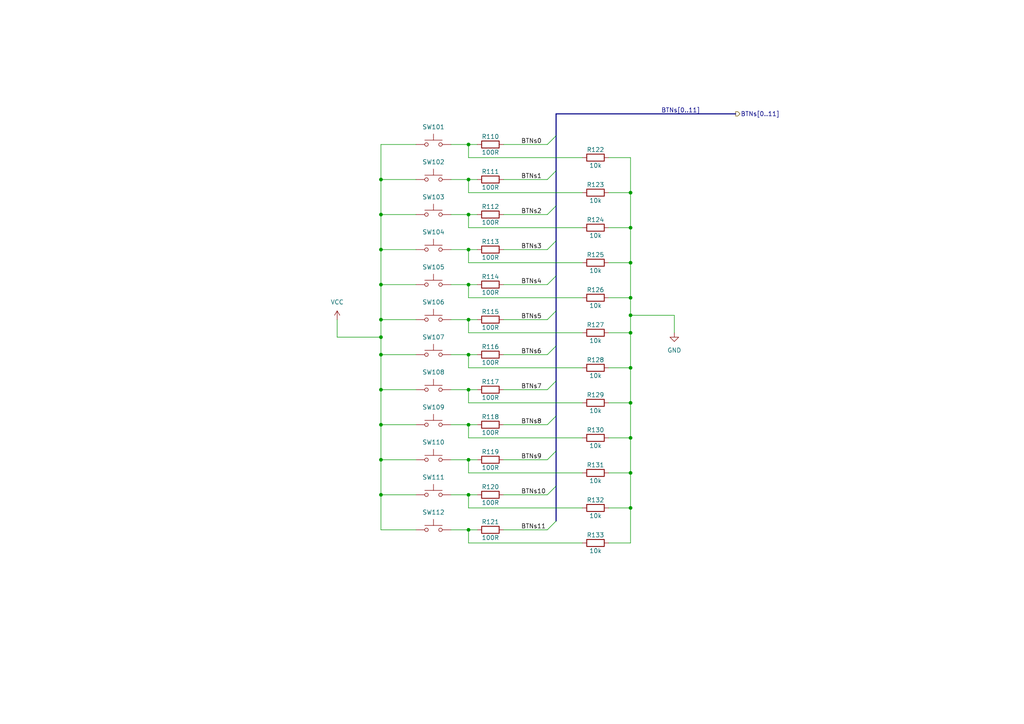
<source format=kicad_sch>
(kicad_sch (version 20250114) (generator "eeschema") (generator_version "9.0")
  (paper "A4")
  (lib_symbols
    (symbol "Device:R" (pin_numbers (hide yes)) (pin_names (offset 0))
      (property "Reference" "R" (at 2.032 0 90))
      (property "Value" "R" (at 0 0 90))
      (symbol "R_0_1"
        (rectangle (start -1.016 -2.54) (end 1.016 2.54) (stroke (width 0.254)))
      )
      (symbol "R_1_1"
        (pin passive line (at 0 3.81 270) (length 1.27) (name "~") (number "1"))
        (pin passive line (at 0 -3.81 90) (length 1.27) (name "~") (number "2"))
      )
    )
    (symbol "Switch:SW_Push" (pin_numbers (hide yes)) (pin_names (offset 1.016) (hide yes))
      (property "Reference" "SW" (at 1.27 2.54 0))
      (property "Value" "SW_Push" (at 0 -1.524 0))
      (symbol "SW_Push_0_1"
        (circle (center -2.032 0) (radius 0.508))
        (polyline (pts (xy 0 1.27) (xy 0 3.048)))
        (circle (center 2.032 0) (radius 0.508))
        (polyline (pts (xy 2.54 1.27) (xy -2.54 1.27)))
        (pin passive line (at -5.08 0 0) (length 2.54) (name "1") (number "1"))
        (pin passive line (at 5.08 0 180) (length 2.54) (name "2") (number "2"))
      )
    )
    (symbol "power:GND" (power) (pin_numbers (hide yes)) (pin_names (offset 0) (hide yes))
      (property "Value" "GND" (at 0 -3.81 0))
      (symbol "GND_0_1"
        (polyline (pts (xy 0 0) (xy 0 -1.27) (xy 1.27 -1.27) (xy 0 -2.54) (xy -1.27 -1.27) (xy 0 -1.27)))
      )
      (symbol "GND_1_1"
        (pin power_in line (at 0 0 270) (length 0) (name "~") (number "1"))
      )
    )
    (symbol "power:VCC" (power) (pin_numbers (hide yes)) (pin_names (offset 0) (hide yes))
      (property "Value" "VCC" (at 0 3.556 0))
      (symbol "VCC_0_1"
        (polyline (pts (xy -0.762 1.27) (xy 0 2.54)))
        (polyline (pts (xy 0 2.54) (xy 0.762 1.27)))
        (polyline (pts (xy 0 0) (xy 0 2.54)))
      )
      (symbol "VCC_1_1"
        (pin power_in line (at 0 0 90) (length 0) (name "~") (number "1"))
      )
    )
  )
  (junction (at 135.89 133.35))
  (junction (at 135.89 143.51))
  (junction (at 182.88 106.68))
  (junction (at 135.89 62.23))
  (junction (at 110.49 92.71))
  (junction (at 135.89 52.07))
  (junction (at 110.49 52.07))
  (junction (at 182.88 116.84))
  (junction (at 110.49 72.39))
  (junction (at 182.88 127))
  (junction (at 135.89 82.55))
  (junction (at 182.88 96.52))
  (junction (at 135.89 102.87))
  (junction (at 135.89 41.91))
  (junction (at 182.88 91.44))
  (junction (at 182.88 76.2))
  (junction (at 135.89 153.67))
  (junction (at 182.88 66.04))
  (junction (at 110.49 133.35))
  (junction (at 110.49 102.87))
  (junction (at 110.49 143.51))
  (junction (at 110.49 62.23))
  (junction (at 110.49 123.19))
  (junction (at 110.49 82.55))
  (junction (at 110.49 113.03))
  (junction (at 135.89 123.19))
  (junction (at 135.89 92.71))
  (junction (at 110.49 97.79))
  (junction (at 135.89 113.03))
  (junction (at 182.88 147.32))
  (junction (at 182.88 55.88))
  (junction (at 135.89 72.39))
  (junction (at 182.88 86.36))
  (junction (at 182.88 137.16))
  (bus_entry (at 161.29 69.85) (size -2.54 2.54))
  (bus_entry (at 161.29 39.37) (size -2.54 2.54))
  (bus_entry (at 161.29 59.69) (size -2.54 2.54))
  (bus_entry (at 161.29 100.33) (size -2.54 2.54))
  (bus_entry (at 161.29 49.53) (size -2.54 2.54))
  (bus_entry (at 161.29 151.13) (size -2.54 2.54))
  (bus_entry (at 161.29 140.97) (size -2.54 2.54))
  (bus_entry (at 161.29 90.17) (size -2.54 2.54))
  (bus_entry (at 161.29 110.49) (size -2.54 2.54))
  (bus_entry (at 161.29 130.81) (size -2.54 2.54))
  (bus_entry (at 161.29 80.01) (size -2.54 2.54))
  (bus_entry (at 161.29 120.65) (size -2.54 2.54))
  (wire (pts (xy 135.89 41.91) (xy 138.43 41.91)))
  (wire (pts (xy 135.89 147.32) (xy 135.89 143.51)))
  (bus (pts (xy 161.29 120.65) (xy 161.29 130.81)))
  (wire (pts (xy 135.89 45.72) (xy 135.89 41.91)))
  (wire (pts (xy 146.05 52.07) (xy 158.75 52.07)))
  (wire (pts (xy 130.81 41.91) (xy 135.89 41.91)))
  (wire (pts (xy 110.49 72.39) (xy 110.49 82.55)))
  (wire (pts (xy 130.81 62.23) (xy 135.89 62.23)))
  (wire (pts (xy 130.81 92.71) (xy 135.89 92.71)))
  (wire (pts (xy 110.49 133.35) (xy 110.49 143.51)))
  (wire (pts (xy 130.81 143.51) (xy 135.89 143.51)))
  (wire (pts (xy 135.89 55.88) (xy 168.91 55.88)))
  (wire (pts (xy 135.89 102.87) (xy 138.43 102.87)))
  (bus (pts (xy 161.29 33.02) (xy 213.36 33.02)))
  (wire (pts (xy 176.53 55.88) (xy 182.88 55.88)))
  (bus (pts (xy 161.29 151.13) (xy 161.29 140.97)))
  (wire (pts (xy 135.89 157.48) (xy 168.91 157.48)))
  (wire (pts (xy 146.05 153.67) (xy 158.75 153.67)))
  (wire (pts (xy 135.89 66.04) (xy 168.91 66.04)))
  (wire (pts (xy 182.88 147.32) (xy 182.88 157.48)))
  (wire (pts (xy 146.05 102.87) (xy 158.75 102.87)))
  (wire (pts (xy 135.89 116.84) (xy 135.89 113.03)))
  (wire (pts (xy 182.88 127) (xy 182.88 137.16)))
  (wire (pts (xy 135.89 96.52) (xy 168.91 96.52)))
  (wire (pts (xy 135.89 123.19) (xy 138.43 123.19)))
  (bus (pts (xy 161.29 140.97) (xy 161.29 130.81)))
  (wire (pts (xy 135.89 116.84) (xy 168.91 116.84)))
  (wire (pts (xy 110.49 123.19) (xy 120.65 123.19)))
  (bus (pts (xy 161.29 69.85) (xy 161.29 59.69)))
  (wire (pts (xy 146.05 123.19) (xy 158.75 123.19)))
  (wire (pts (xy 135.89 157.48) (xy 135.89 153.67)))
  (wire (pts (xy 146.05 133.35) (xy 158.75 133.35)))
  (wire (pts (xy 146.05 41.91) (xy 158.75 41.91)))
  (wire (pts (xy 146.05 113.03) (xy 158.75 113.03)))
  (wire (pts (xy 146.05 92.71) (xy 158.75 92.71)))
  (wire (pts (xy 120.65 72.39) (xy 110.49 72.39)))
  (wire (pts (xy 135.89 137.16) (xy 135.89 133.35)))
  (wire (pts (xy 182.88 55.88) (xy 182.88 66.04)))
  (wire (pts (xy 176.53 45.72) (xy 182.88 45.72)))
  (wire (pts (xy 176.53 76.2) (xy 182.88 76.2)))
  (wire (pts (xy 146.05 82.55) (xy 158.75 82.55)))
  (wire (pts (xy 176.53 147.32) (xy 182.88 147.32)))
  (wire (pts (xy 182.88 106.68) (xy 182.88 116.84)))
  (wire (pts (xy 110.49 52.07) (xy 120.65 52.07)))
  (bus (pts (xy 161.29 39.37) (xy 161.29 49.53)))
  (wire (pts (xy 182.88 45.72) (xy 182.88 55.88)))
  (wire (pts (xy 135.89 86.36) (xy 135.89 82.55)))
  (wire (pts (xy 135.89 147.32) (xy 168.91 147.32)))
  (wire (pts (xy 130.81 102.87) (xy 135.89 102.87)))
  (wire (pts (xy 110.49 82.55) (xy 110.49 92.71)))
  (wire (pts (xy 135.89 62.23) (xy 138.43 62.23)))
  (wire (pts (xy 110.49 123.19) (xy 110.49 133.35)))
  (wire (pts (xy 120.65 153.67) (xy 110.49 153.67)))
  (wire (pts (xy 182.88 86.36) (xy 182.88 91.44)))
  (wire (pts (xy 195.58 96.52) (xy 195.58 91.44)))
  (wire (pts (xy 176.53 66.04) (xy 182.88 66.04)))
  (wire (pts (xy 130.81 153.67) (xy 135.89 153.67)))
  (wire (pts (xy 110.49 97.79) (xy 110.49 102.87)))
  (bus (pts (xy 161.29 69.85) (xy 161.29 80.01)))
  (wire (pts (xy 110.49 62.23) (xy 120.65 62.23)))
  (bus (pts (xy 161.29 33.02) (xy 161.29 39.37)))
  (wire (pts (xy 135.89 72.39) (xy 138.43 72.39)))
  (wire (pts (xy 182.88 116.84) (xy 182.88 127)))
  (wire (pts (xy 176.53 96.52) (xy 182.88 96.52)))
  (wire (pts (xy 135.89 143.51) (xy 138.43 143.51)))
  (wire (pts (xy 135.89 76.2) (xy 135.89 72.39)))
  (wire (pts (xy 110.49 143.51) (xy 110.49 153.67)))
  (wire (pts (xy 182.88 76.2) (xy 182.88 86.36)))
  (wire (pts (xy 135.89 66.04) (xy 135.89 62.23)))
  (wire (pts (xy 135.89 106.68) (xy 135.89 102.87)))
  (wire (pts (xy 176.53 127) (xy 182.88 127)))
  (wire (pts (xy 135.89 133.35) (xy 138.43 133.35)))
  (wire (pts (xy 135.89 55.88) (xy 135.89 52.07)))
  (wire (pts (xy 110.49 62.23) (xy 110.49 72.39)))
  (wire (pts (xy 135.89 106.68) (xy 168.91 106.68)))
  (wire (pts (xy 182.88 96.52) (xy 182.88 106.68)))
  (wire (pts (xy 176.53 106.68) (xy 182.88 106.68)))
  (wire (pts (xy 130.81 72.39) (xy 135.89 72.39)))
  (wire (pts (xy 135.89 113.03) (xy 138.43 113.03)))
  (wire (pts (xy 176.53 137.16) (xy 182.88 137.16)))
  (bus (pts (xy 161.29 100.33) (xy 161.29 110.49)))
  (wire (pts (xy 110.49 41.91) (xy 120.65 41.91)))
  (wire (pts (xy 195.58 91.44) (xy 182.88 91.44)))
  (wire (pts (xy 135.89 52.07) (xy 138.43 52.07)))
  (wire (pts (xy 110.49 113.03) (xy 110.49 123.19)))
  (wire (pts (xy 182.88 66.04) (xy 182.88 76.2)))
  (bus (pts (xy 161.29 59.69) (xy 161.29 49.53)))
  (wire (pts (xy 135.89 82.55) (xy 138.43 82.55)))
  (wire (pts (xy 135.89 127) (xy 168.91 127)))
  (wire (pts (xy 110.49 92.71) (xy 120.65 92.71)))
  (wire (pts (xy 135.89 127) (xy 135.89 123.19)))
  (wire (pts (xy 130.81 133.35) (xy 135.89 133.35)))
  (wire (pts (xy 110.49 133.35) (xy 120.65 133.35)))
  (wire (pts (xy 110.49 92.71) (xy 110.49 97.79)))
  (wire (pts (xy 146.05 143.51) (xy 158.75 143.51)))
  (wire (pts (xy 110.49 143.51) (xy 120.65 143.51)))
  (wire (pts (xy 110.49 82.55) (xy 120.65 82.55)))
  (wire (pts (xy 146.05 72.39) (xy 158.75 72.39)))
  (wire (pts (xy 110.49 52.07) (xy 110.49 62.23)))
  (wire (pts (xy 135.89 86.36) (xy 168.91 86.36)))
  (wire (pts (xy 130.81 123.19) (xy 135.89 123.19)))
  (wire (pts (xy 176.53 116.84) (xy 182.88 116.84)))
  (wire (pts (xy 130.81 82.55) (xy 135.89 82.55)))
  (wire (pts (xy 130.81 113.03) (xy 135.89 113.03)))
  (bus (pts (xy 161.29 100.33) (xy 161.29 90.17)))
  (wire (pts (xy 135.89 92.71) (xy 138.43 92.71)))
  (wire (pts (xy 135.89 45.72) (xy 168.91 45.72)))
  (wire (pts (xy 176.53 157.48) (xy 182.88 157.48)))
  (wire (pts (xy 97.79 92.71) (xy 97.79 97.79)))
  (wire (pts (xy 135.89 76.2) (xy 168.91 76.2)))
  (wire (pts (xy 135.89 153.67) (xy 138.43 153.67)))
  (wire (pts (xy 110.49 102.87) (xy 120.65 102.87)))
  (wire (pts (xy 146.05 62.23) (xy 158.75 62.23)))
  (wire (pts (xy 130.81 52.07) (xy 135.89 52.07)))
  (wire (pts (xy 110.49 102.87) (xy 110.49 113.03)))
  (wire (pts (xy 182.88 91.44) (xy 182.88 96.52)))
  (wire (pts (xy 97.79 97.79) (xy 110.49 97.79)))
  (wire (pts (xy 110.49 41.91) (xy 110.49 52.07)))
  (bus (pts (xy 161.29 110.49) (xy 161.29 120.65)))
  (wire (pts (xy 120.65 113.03) (xy 110.49 113.03)))
  (wire (pts (xy 135.89 137.16) (xy 168.91 137.16)))
  (wire (pts (xy 182.88 137.16) (xy 182.88 147.32)))
  (wire (pts (xy 176.53 86.36) (xy 182.88 86.36)))
  (bus (pts (xy 161.29 80.01) (xy 161.29 90.17)))
  (wire (pts (xy 135.89 96.52) (xy 135.89 92.71)))
  (label "BTNs9" (at 151.13 133.35 0))
  (label "BTNs11" (at 151.13 153.67 0))
  (label "BTNs[0..11]" (at 191.77 33.02 0))
  (label "BTNs5" (at 151.13 92.71 0))
  (label "BTNs6" (at 151.13 102.87 0))
  (label "BTNs4" (at 151.13 82.55 0))
  (label "BTNs0" (at 151.13 41.91 0))
  (label "BTNs2" (at 151.13 62.23 0))
  (label "BTNs10" (at 151.13 143.51 0))
  (label "BTNs8" (at 151.13 123.19 0))
  (label "BTNs7" (at 151.13 113.03 0))
  (label "BTNs3" (at 151.13 72.39 0))
  (label "BTNs1" (at 151.13 52.07 0))
  (hierarchical_label "BTNs[0..11]" (shape output) (at 213.36 33.02 0))
  (symbol (lib_id "Device:R") (at 142.24 41.91 90) (unit 1)
    (property "Reference" "R110" (at 142.24 39.624 90))
    (property "Value" "100R" (at 142.24 44.196 90))
    (property "Footprint" "Resistor_SMD:R_0805_2012Metric_Pad1.20x1.40mm_HandSolder" (effects (hide yes)))
    (property "Description" "Resistor" (effects (hide yes)))
    (property "Codice" "CRCW0805100RFKEA" (effects (hide yes)))
    (property "Link" "https://www.digikey.it/it/products/detail/vishay-dale/CRCW0805100RFKEA/1175523" (effects (hide yes)))
  )
  (symbol (lib_id "Device:R") (at 142.24 153.67 90) (unit 1)
    (property "Reference" "R121" (at 142.24 151.384 90))
    (property "Value" "100R" (at 142.24 155.956 90))
    (property "Footprint" "Resistor_SMD:R_0805_2012Metric_Pad1.20x1.40mm_HandSolder" (effects (hide yes)))
    (property "Description" "Resistor" (effects (hide yes)))
    (property "Codice" "CRCW0805100RFKEA" (effects (hide yes)))
    (property "Link" "https://www.digikey.it/it/products/detail/vishay-dale/CRCW0805100RFKEA/1175523" (effects (hide yes)))
  )
  (symbol (lib_id "Switch:SW_Push") (at 125.73 72.39 0) (unit 1)
    (property "Reference" "SW104" (at 125.73 67.31 0))
    (property "Value" "SW_Push" (effects (hide yes)))
    (property "Footprint" "Button_Switch_Keyboard:SW_Cherry_MX_1.00u_PCB" (effects (hide yes)))
    (property "Description" "Push button switch, generic, two pins" (effects (hide yes)))
  )
  (symbol (lib_id "Switch:SW_Push") (at 125.73 62.23 0) (unit 1)
    (property "Reference" "SW103" (at 125.73 57.15 0))
    (property "Value" "SW_Push" (effects (hide yes)))
    (property "Footprint" "Button_Switch_Keyboard:SW_Cherry_MX_1.00u_PCB" (effects (hide yes)))
    (property "Description" "Push button switch, generic, two pins" (effects (hide yes)))
  )
  (symbol (lib_id "Device:R") (at 142.24 72.39 90) (unit 1)
    (property "Reference" "R113" (at 142.24 70.104 90))
    (property "Value" "100R" (at 142.24 74.676 90))
    (property "Footprint" "Resistor_SMD:R_0805_2012Metric_Pad1.20x1.40mm_HandSolder" (effects (hide yes)))
    (property "Description" "Resistor" (effects (hide yes)))
    (property "Codice" "CRCW0805100RFKEA" (effects (hide yes)))
    (property "Link" "https://www.digikey.it/it/products/detail/vishay-dale/CRCW0805100RFKEA/1175523" (effects (hide yes)))
  )
  (symbol (lib_id "Device:R") (at 142.24 123.19 90) (unit 1)
    (property "Reference" "R118" (at 142.24 120.904 90))
    (property "Value" "100R" (at 142.24 125.476 90))
    (property "Footprint" "Resistor_SMD:R_0805_2012Metric_Pad1.20x1.40mm_HandSolder" (effects (hide yes)))
    (property "Description" "Resistor" (effects (hide yes)))
    (property "Codice" "CRCW0805100RFKEA" (effects (hide yes)))
    (property "Link" "https://www.digikey.it/it/products/detail/vishay-dale/CRCW0805100RFKEA/1175523" (effects (hide yes)))
  )
  (symbol (lib_id "power:GND") (at 195.58 96.52 0) (unit 1)
    (property "Reference" "#PWR0135" (effects (hide yes)))
    (property "Value" "GND" (at 195.58 101.6 0))
    (property "Description" "Power symbol creates a global label with name \"GND\" , ground" (effects (hide yes)))
  )
  (symbol (lib_id "Device:R") (at 142.24 143.51 90) (unit 1)
    (property "Reference" "R120" (at 142.24 141.224 90))
    (property "Value" "100R" (at 142.24 145.796 90))
    (property "Footprint" "Resistor_SMD:R_0805_2012Metric_Pad1.20x1.40mm_HandSolder" (effects (hide yes)))
    (property "Description" "Resistor" (effects (hide yes)))
    (property "Codice" "CRCW0805100RFKEA" (effects (hide yes)))
    (property "Link" "https://www.digikey.it/it/products/detail/vishay-dale/CRCW0805100RFKEA/1175523" (effects (hide yes)))
  )
  (symbol (lib_id "Device:R") (at 172.72 137.16 90) (unit 1)
    (property "Reference" "R131" (at 172.72 134.874 90))
    (property "Value" "10k" (at 172.72 139.446 90))
    (property "Footprint" "Resistor_SMD:R_0805_2012Metric_Pad1.20x1.40mm_HandSolder" (effects (hide yes)))
    (property "Description" "Resistor" (effects (hide yes)))
    (property "Codice" "RMCF0805FT10K0" (effects (hide yes)))
    (property "Link" "https://www.digikey.it/it/products/detail/stackpole-electronics-inc/RMCF0805FT10K0/1760676" (effects (hide yes)))
  )
  (symbol (lib_id "Switch:SW_Push") (at 125.73 113.03 0) (unit 1)
    (property "Reference" "SW108" (at 125.73 107.95 0))
    (property "Value" "SW_Push" (effects (hide yes)))
    (property "Footprint" "Button_Switch_Keyboard:SW_Cherry_MX_1.00u_PCB" (effects (hide yes)))
    (property "Description" "Push button switch, generic, two pins" (effects (hide yes)))
  )
  (symbol (lib_id "Device:R") (at 172.72 96.52 90) (unit 1)
    (property "Reference" "R127" (at 172.72 94.234 90))
    (property "Value" "10k" (at 172.72 98.806 90))
    (property "Footprint" "Resistor_SMD:R_0805_2012Metric_Pad1.20x1.40mm_HandSolder" (effects (hide yes)))
    (property "Description" "Resistor" (effects (hide yes)))
    (property "Codice" "RMCF0805FT10K0" (effects (hide yes)))
    (property "Link" "https://www.digikey.it/it/products/detail/stackpole-electronics-inc/RMCF0805FT10K0/1760676" (effects (hide yes)))
  )
  (symbol (lib_id "Device:R") (at 142.24 62.23 90) (unit 1)
    (property "Reference" "R112" (at 142.24 59.944 90))
    (property "Value" "100R" (at 142.24 64.516 90))
    (property "Footprint" "Resistor_SMD:R_0805_2012Metric_Pad1.20x1.40mm_HandSolder" (effects (hide yes)))
    (property "Description" "Resistor" (effects (hide yes)))
    (property "Codice" "CRCW0805100RFKEA" (effects (hide yes)))
    (property "Link" "https://www.digikey.it/it/products/detail/vishay-dale/CRCW0805100RFKEA/1175523" (effects (hide yes)))
  )
  (symbol (lib_id "Device:R") (at 142.24 113.03 90) (unit 1)
    (property "Reference" "R117" (at 142.24 110.744 90))
    (property "Value" "100R" (at 142.24 115.316 90))
    (property "Footprint" "Resistor_SMD:R_0805_2012Metric_Pad1.20x1.40mm_HandSolder" (effects (hide yes)))
    (property "Description" "Resistor" (effects (hide yes)))
    (property "Codice" "CRCW0805100RFKEA" (effects (hide yes)))
    (property "Link" "https://www.digikey.it/it/products/detail/vishay-dale/CRCW0805100RFKEA/1175523" (effects (hide yes)))
  )
  (symbol (lib_id "Device:R") (at 142.24 82.55 90) (unit 1)
    (property "Reference" "R114" (at 142.24 80.264 90))
    (property "Value" "100R" (at 142.24 84.836 90))
    (property "Footprint" "Resistor_SMD:R_0805_2012Metric_Pad1.20x1.40mm_HandSolder" (effects (hide yes)))
    (property "Description" "Resistor" (effects (hide yes)))
    (property "Codice" "CRCW0805100RFKEA" (effects (hide yes)))
    (property "Link" "https://www.digikey.it/it/products/detail/vishay-dale/CRCW0805100RFKEA/1175523" (effects (hide yes)))
  )
  (symbol (lib_id "Switch:SW_Push") (at 125.73 133.35 0) (unit 1)
    (property "Reference" "SW110" (at 125.73 128.27 0))
    (property "Value" "SW_Push" (effects (hide yes)))
    (property "Footprint" "Button_Switch_Keyboard:SW_Cherry_MX_1.00u_PCB" (effects (hide yes)))
    (property "Description" "Push button switch, generic, two pins" (effects (hide yes)))
  )
  (symbol (lib_id "Switch:SW_Push") (at 125.73 52.07 0) (unit 1)
    (property "Reference" "SW102" (at 125.73 46.99 0))
    (property "Value" "SW_Push" (effects (hide yes)))
    (property "Footprint" "Button_Switch_Keyboard:SW_Cherry_MX_1.00u_PCB" (effects (hide yes)))
    (property "Description" "Push button switch, generic, two pins" (effects (hide yes)))
  )
  (symbol (lib_id "Switch:SW_Push") (at 125.73 102.87 0) (unit 1)
    (property "Reference" "SW107" (at 125.73 97.79 0))
    (property "Value" "SW_Push" (effects (hide yes)))
    (property "Footprint" "Button_Switch_Keyboard:SW_Cherry_MX_1.00u_PCB" (effects (hide yes)))
    (property "Description" "Push button switch, generic, two pins" (effects (hide yes)))
  )
  (symbol (lib_id "Device:R") (at 172.72 106.68 90) (unit 1)
    (property "Reference" "R128" (at 172.72 104.394 90))
    (property "Value" "10k" (at 172.72 108.966 90))
    (property "Footprint" "Resistor_SMD:R_0805_2012Metric_Pad1.20x1.40mm_HandSolder" (effects (hide yes)))
    (property "Description" "Resistor" (effects (hide yes)))
    (property "Codice" "RMCF0805FT10K0" (effects (hide yes)))
    (property "Link" "https://www.digikey.it/it/products/detail/stackpole-electronics-inc/RMCF0805FT10K0/1760676" (effects (hide yes)))
  )
  (symbol (lib_id "Device:R") (at 172.72 66.04 90) (unit 1)
    (property "Reference" "R124" (at 172.72 63.754 90))
    (property "Value" "10k" (at 172.72 68.326 90))
    (property "Footprint" "Resistor_SMD:R_0805_2012Metric_Pad1.20x1.40mm_HandSolder" (effects (hide yes)))
    (property "Description" "Resistor" (effects (hide yes)))
    (property "Codice" "RMCF0805FT10K0" (effects (hide yes)))
    (property "Link" "https://www.digikey.it/it/products/detail/stackpole-electronics-inc/RMCF0805FT10K0/1760676" (effects (hide yes)))
  )
  (symbol (lib_id "Device:R") (at 142.24 92.71 90) (unit 1)
    (property "Reference" "R115" (at 142.24 90.424 90))
    (property "Value" "100R" (at 142.24 94.996 90))
    (property "Footprint" "Resistor_SMD:R_0805_2012Metric_Pad1.20x1.40mm_HandSolder" (effects (hide yes)))
    (property "Description" "Resistor" (effects (hide yes)))
    (property "Codice" "CRCW0805100RFKEA" (effects (hide yes)))
    (property "Link" "https://www.digikey.it/it/products/detail/vishay-dale/CRCW0805100RFKEA/1175523" (effects (hide yes)))
  )
  (symbol (lib_id "Switch:SW_Push") (at 125.73 153.67 0) (unit 1)
    (property "Reference" "SW112" (at 125.73 148.59 0))
    (property "Value" "SW_Push" (effects (hide yes)))
    (property "Footprint" "Button_Switch_Keyboard:SW_Cherry_MX_1.00u_PCB" (effects (hide yes)))
    (property "Description" "Push button switch, generic, two pins" (effects (hide yes)))
  )
  (symbol (lib_id "Switch:SW_Push") (at 125.73 41.91 0) (unit 1)
    (property "Reference" "SW101" (at 125.73 36.83 0))
    (property "Value" "SW_Push" (effects (hide yes)))
    (property "Footprint" "Button_Switch_Keyboard:SW_Cherry_MX_1.00u_PCB" (effects (hide yes)))
    (property "Description" "Push button switch, generic, two pins" (effects (hide yes)))
  )
  (symbol (lib_id "Switch:SW_Push") (at 125.73 92.71 0) (unit 1)
    (property "Reference" "SW106" (at 125.73 87.63 0))
    (property "Value" "SW_Push" (effects (hide yes)))
    (property "Footprint" "Button_Switch_Keyboard:SW_Cherry_MX_1.00u_PCB" (effects (hide yes)))
    (property "Description" "Push button switch, generic, two pins" (effects (hide yes)))
  )
  (symbol (lib_id "Device:R") (at 172.72 127 90) (unit 1)
    (property "Reference" "R130" (at 172.72 124.714 90))
    (property "Value" "10k" (at 172.72 129.286 90))
    (property "Footprint" "Resistor_SMD:R_0805_2012Metric_Pad1.20x1.40mm_HandSolder" (effects (hide yes)))
    (property "Description" "Resistor" (effects (hide yes)))
    (property "Codice" "RMCF0805FT10K0" (effects (hide yes)))
    (property "Link" "https://www.digikey.it/it/products/detail/stackpole-electronics-inc/RMCF0805FT10K0/1760676" (effects (hide yes)))
  )
  (symbol (lib_id "Device:R") (at 172.72 55.88 90) (unit 1)
    (property "Reference" "R123" (at 172.72 53.594 90))
    (property "Value" "10k" (at 172.72 58.166 90))
    (property "Footprint" "Resistor_SMD:R_0805_2012Metric_Pad1.20x1.40mm_HandSolder" (effects (hide yes)))
    (property "Description" "Resistor" (effects (hide yes)))
    (property "Codice" "RMCF0805FT10K0" (effects (hide yes)))
    (property "Link" "https://www.digikey.it/it/products/detail/stackpole-electronics-inc/RMCF0805FT10K0/1760676" (effects (hide yes)))
  )
  (symbol (lib_id "Device:R") (at 172.72 76.2 90) (unit 1)
    (property "Reference" "R125" (at 172.72 73.914 90))
    (property "Value" "10k" (at 172.72 78.486 90))
    (property "Footprint" "Resistor_SMD:R_0805_2012Metric_Pad1.20x1.40mm_HandSolder" (effects (hide yes)))
    (property "Description" "Resistor" (effects (hide yes)))
    (property "Codice" "RMCF0805FT10K0" (effects (hide yes)))
    (property "Link" "https://www.digikey.it/it/products/detail/stackpole-electronics-inc/RMCF0805FT10K0/1760676" (effects (hide yes)))
  )
  (symbol (lib_id "Switch:SW_Push") (at 125.73 123.19 0) (unit 1)
    (property "Reference" "SW109" (at 125.73 118.11 0))
    (property "Value" "SW_Push" (effects (hide yes)))
    (property "Footprint" "Button_Switch_Keyboard:SW_Cherry_MX_1.00u_PCB" (effects (hide yes)))
    (property "Description" "Push button switch, generic, two pins" (effects (hide yes)))
  )
  (symbol (lib_id "Device:R") (at 142.24 133.35 90) (unit 1)
    (property "Reference" "R119" (at 142.24 131.064 90))
    (property "Value" "100R" (at 142.24 135.636 90))
    (property "Footprint" "Resistor_SMD:R_0805_2012Metric_Pad1.20x1.40mm_HandSolder" (effects (hide yes)))
    (property "Description" "Resistor" (effects (hide yes)))
    (property "Codice" "CRCW0805100RFKEA" (effects (hide yes)))
    (property "Link" "https://www.digikey.it/it/products/detail/vishay-dale/CRCW0805100RFKEA/1175523" (effects (hide yes)))
  )
  (symbol (lib_id "Switch:SW_Push") (at 125.73 143.51 0) (unit 1)
    (property "Reference" "SW111" (at 125.73 138.43 0))
    (property "Value" "SW_Push" (effects (hide yes)))
    (property "Footprint" "Button_Switch_Keyboard:SW_Cherry_MX_1.00u_PCB" (effects (hide yes)))
    (property "Description" "Push button switch, generic, two pins" (effects (hide yes)))
  )
  (symbol (lib_id "Device:R") (at 172.72 45.72 90) (unit 1)
    (property "Reference" "R122" (at 172.72 43.434 90))
    (property "Value" "10k" (at 172.72 48.006 90))
    (property "Footprint" "Resistor_SMD:R_0805_2012Metric_Pad1.20x1.40mm_HandSolder" (effects (hide yes)))
    (property "Description" "Resistor" (effects (hide yes)))
    (property "Codice" "RMCF0805FT10K0" (effects (hide yes)))
    (property "Link" "https://www.digikey.it/it/products/detail/stackpole-electronics-inc/RMCF0805FT10K0/1760676" (effects (hide yes)))
  )
  (symbol (lib_id "Device:R") (at 172.72 147.32 90) (unit 1)
    (property "Reference" "R132" (at 172.72 145.034 90))
    (property "Value" "10k" (at 172.72 149.606 90))
    (property "Footprint" "Resistor_SMD:R_0805_2012Metric_Pad1.20x1.40mm_HandSolder" (effects (hide yes)))
    (property "Description" "Resistor" (effects (hide yes)))
    (property "Codice" "RMCF0805FT10K0" (effects (hide yes)))
    (property "Link" "https://www.digikey.it/it/products/detail/stackpole-electronics-inc/RMCF0805FT10K0/1760676" (effects (hide yes)))
  )
  (symbol (lib_id "Device:R") (at 142.24 52.07 90) (unit 1)
    (property "Reference" "R111" (at 142.24 49.784 90))
    (property "Value" "100R" (at 142.24 54.356 90))
    (property "Footprint" "Resistor_SMD:R_0805_2012Metric_Pad1.20x1.40mm_HandSolder" (effects (hide yes)))
    (property "Description" "Resistor" (effects (hide yes)))
    (property "Codice" "CRCW0805100RFKEA" (effects (hide yes)))
    (property "Link" "https://www.digikey.it/it/products/detail/vishay-dale/CRCW0805100RFKEA/1175523" (effects (hide yes)))
  )
  (symbol (lib_id "power:VCC") (at 97.79 92.71 0) (unit 1)
    (property "Reference" "#PWR0134" (effects (hide yes)))
    (property "Value" "VCC" (at 97.79 87.63 0))
    (property "Description" "Power symbol creates a global label with name \"VCC\"" (effects (hide yes)))
  )
  (symbol (lib_id "Device:R") (at 172.72 116.84 90) (unit 1)
    (property "Reference" "R129" (at 172.72 114.554 90))
    (property "Value" "10k" (at 172.72 119.126 90))
    (property "Footprint" "Resistor_SMD:R_0805_2012Metric_Pad1.20x1.40mm_HandSolder" (effects (hide yes)))
    (property "Description" "Resistor" (effects (hide yes)))
    (property "Codice" "RMCF0805FT10K0" (effects (hide yes)))
    (property "Link" "https://www.digikey.it/it/products/detail/stackpole-electronics-inc/RMCF0805FT10K0/1760676" (effects (hide yes)))
  )
  (symbol (lib_id "Switch:SW_Push") (at 125.73 82.55 0) (unit 1)
    (property "Reference" "SW105" (at 125.73 77.47 0))
    (property "Value" "SW_Push" (effects (hide yes)))
    (property "Footprint" "Button_Switch_Keyboard:SW_Cherry_MX_1.00u_PCB" (effects (hide yes)))
    (property "Description" "Push button switch, generic, two pins" (effects (hide yes)))
  )
  (symbol (lib_id "Device:R") (at 172.72 86.36 90) (unit 1)
    (property "Reference" "R126" (at 172.72 84.074 90))
    (property "Value" "10k" (at 172.72 88.646 90))
    (property "Footprint" "Resistor_SMD:R_0805_2012Metric_Pad1.20x1.40mm_HandSolder" (effects (hide yes)))
    (property "Description" "Resistor" (effects (hide yes)))
    (property "Codice" "RMCF0805FT10K0" (effects (hide yes)))
    (property "Link" "https://www.digikey.it/it/products/detail/stackpole-electronics-inc/RMCF0805FT10K0/1760676" (effects (hide yes)))
  )
  (symbol (lib_id "Device:R") (at 142.24 102.87 90) (unit 1)
    (property "Reference" "R116" (at 142.24 100.584 90))
    (property "Value" "100R" (at 142.24 105.156 90))
    (property "Footprint" "Resistor_SMD:R_0805_2012Metric_Pad1.20x1.40mm_HandSolder" (effects (hide yes)))
    (property "Description" "Resistor" (effects (hide yes)))
    (property "Codice" "CRCW0805100RFKEA" (effects (hide yes)))
    (property "Link" "https://www.digikey.it/it/products/detail/vishay-dale/CRCW0805100RFKEA/1175523" (effects (hide yes)))
  )
  (symbol (lib_id "Device:R") (at 172.72 157.48 90) (unit 1)
    (property "Reference" "R133" (at 172.72 155.194 90))
    (property "Value" "10k" (at 172.72 159.766 90))
    (property "Footprint" "Resistor_SMD:R_0805_2012Metric_Pad1.20x1.40mm_HandSolder" (effects (hide yes)))
    (property "Description" "Resistor" (effects (hide yes)))
    (property "Codice" "RMCF0805FT10K0" (effects (hide yes)))
    (property "Link" "https://www.digikey.it/it/products/detail/stackpole-electronics-inc/RMCF0805FT10K0/1760676" (effects (hide yes)))
  )
)
</source>
